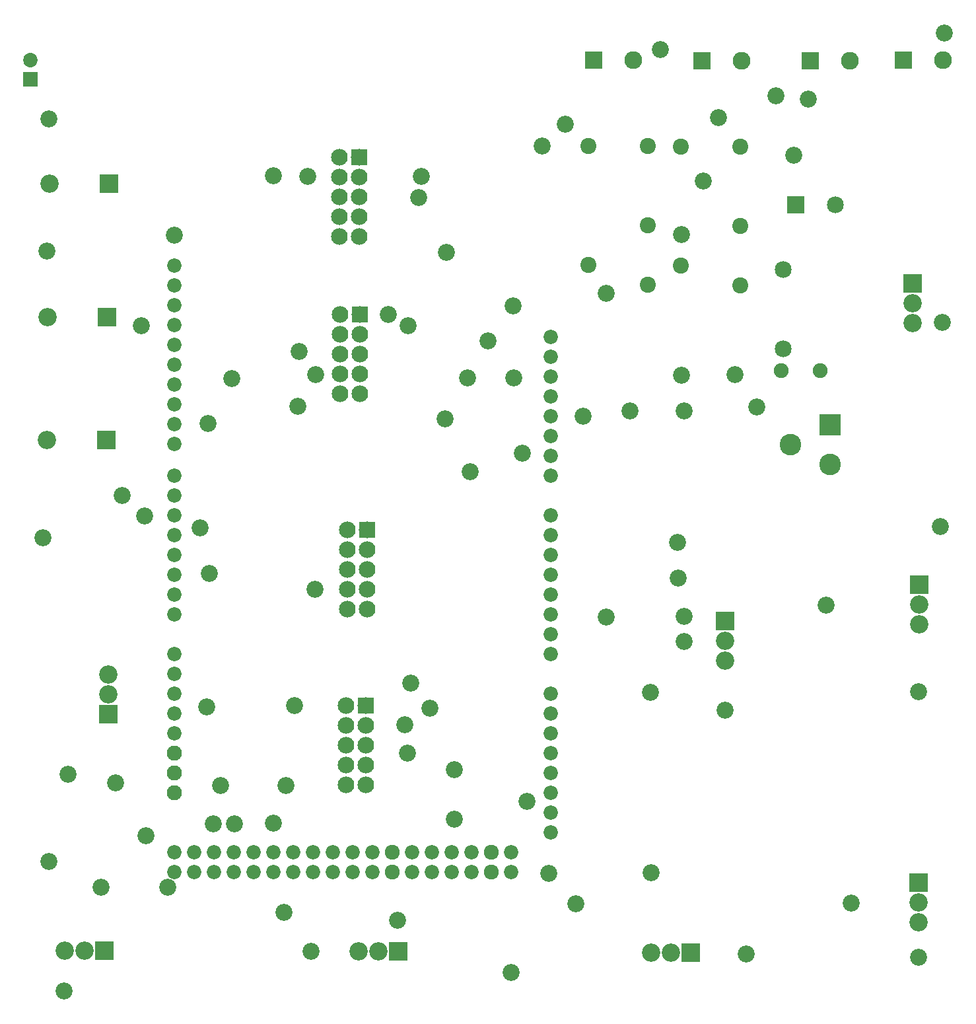
<source format=gts>
G04 MADE WITH FRITZING*
G04 WWW.FRITZING.ORG*
G04 DOUBLE SIDED*
G04 HOLES PLATED*
G04 CONTOUR ON CENTER OF CONTOUR VECTOR*
%ASAXBY*%
%FSLAX23Y23*%
%MOIN*%
%OFA0B0*%
%SFA1.0B1.0*%
%ADD10C,0.085433*%
%ADD11C,0.092000*%
%ADD12C,0.072992*%
%ADD13C,0.081181*%
%ADD14C,0.084000*%
%ADD15C,0.109000*%
%ADD16C,0.072500*%
%ADD17C,0.075555*%
%ADD18C,0.076694*%
%ADD19C,0.058611*%
%ADD20C,0.061667*%
%ADD21C,0.062806*%
%ADD22C,0.090000*%
%ADD23C,0.085000*%
%ADD24C,0.075000*%
%ADD25R,0.092000X0.092000*%
%ADD26R,0.072992X0.072992*%
%ADD27R,0.084000X0.084000*%
%ADD28R,0.109000X0.109000*%
%ADD29R,0.090000X0.090000*%
%ADD30R,0.085000X0.085000*%
%LNMASK1*%
G90*
G70*
G54D10*
X989Y3926D03*
G54D11*
X4745Y658D03*
X4745Y558D03*
X4745Y458D03*
X4745Y658D03*
X4745Y558D03*
X4745Y458D03*
X3595Y304D03*
X3495Y304D03*
X3395Y304D03*
X3595Y304D03*
X3495Y304D03*
X3395Y304D03*
X2119Y313D03*
X2019Y313D03*
X1919Y313D03*
X2119Y313D03*
X2019Y313D03*
X1919Y313D03*
X4750Y2163D03*
X4750Y2063D03*
X4750Y1963D03*
X4750Y2163D03*
X4750Y2063D03*
X4750Y1963D03*
X655Y1509D03*
X655Y1609D03*
X655Y1709D03*
X655Y1509D03*
X655Y1609D03*
X655Y1709D03*
X635Y315D03*
X535Y315D03*
X435Y315D03*
X635Y315D03*
X535Y315D03*
X435Y315D03*
X3769Y1978D03*
X3769Y1878D03*
X3769Y1778D03*
X3769Y1978D03*
X3769Y1878D03*
X3769Y1778D03*
G54D12*
X263Y4711D03*
X263Y4810D03*
X263Y4711D03*
X263Y4810D03*
G54D13*
X3080Y3775D03*
X3080Y4375D03*
X3380Y4375D03*
X3380Y3675D03*
X3380Y3975D03*
X3080Y3775D03*
X3080Y4375D03*
X3380Y4375D03*
X3380Y3675D03*
X3380Y3975D03*
X3080Y3775D03*
X3080Y4375D03*
X3380Y4375D03*
X3380Y3675D03*
X3380Y3975D03*
X3547Y3773D03*
X3547Y4373D03*
X3847Y4373D03*
X3847Y3673D03*
X3847Y3973D03*
X3547Y3773D03*
X3547Y4373D03*
X3847Y4373D03*
X3847Y3673D03*
X3847Y3973D03*
X3547Y3773D03*
X3547Y4373D03*
X3847Y4373D03*
X3847Y3673D03*
X3847Y3973D03*
G54D14*
X1824Y4318D03*
X1824Y4218D03*
X1824Y4118D03*
X1824Y4018D03*
X1824Y3918D03*
X1924Y4318D03*
X1924Y4218D03*
X1924Y4118D03*
X1924Y4018D03*
X1924Y3918D03*
X1824Y4318D03*
X1824Y4218D03*
X1824Y4118D03*
X1824Y4018D03*
X1824Y3918D03*
X1924Y4318D03*
X1924Y4218D03*
X1924Y4118D03*
X1924Y4018D03*
X1924Y3918D03*
X1825Y3524D03*
X1825Y3424D03*
X1825Y3324D03*
X1825Y3224D03*
X1825Y3124D03*
X1925Y3524D03*
X1925Y3424D03*
X1925Y3324D03*
X1925Y3224D03*
X1925Y3124D03*
X1825Y3524D03*
X1825Y3424D03*
X1825Y3324D03*
X1825Y3224D03*
X1825Y3124D03*
X1925Y3524D03*
X1925Y3424D03*
X1925Y3324D03*
X1925Y3224D03*
X1925Y3124D03*
X1863Y2439D03*
X1863Y2339D03*
X1863Y2239D03*
X1863Y2139D03*
X1863Y2039D03*
X1963Y2439D03*
X1963Y2339D03*
X1963Y2239D03*
X1963Y2139D03*
X1963Y2039D03*
X1863Y2439D03*
X1863Y2339D03*
X1863Y2239D03*
X1863Y2139D03*
X1863Y2039D03*
X1963Y2439D03*
X1963Y2339D03*
X1963Y2239D03*
X1963Y2139D03*
X1963Y2039D03*
G54D11*
X660Y4184D03*
X360Y4184D03*
X660Y4184D03*
X360Y4184D03*
X649Y3513D03*
X349Y3513D03*
X649Y3513D03*
X349Y3513D03*
X647Y2892D03*
X347Y2892D03*
X647Y2892D03*
X347Y2892D03*
G54D15*
X4300Y2770D03*
X4300Y2970D03*
X4100Y2870D03*
X4300Y2770D03*
X4300Y2970D03*
X4100Y2870D03*
G54D10*
X4406Y556D03*
X2362Y3837D03*
X2769Y1068D03*
X3017Y552D03*
X2745Y2824D03*
X3170Y1997D03*
X1543Y508D03*
X355Y765D03*
X694Y1163D03*
X1151Y1544D03*
X454Y1206D03*
X2182Y1666D03*
X2170Y3470D03*
X326Y2400D03*
X620Y636D03*
X955Y634D03*
X2355Y2997D03*
X2572Y3391D03*
X3737Y4517D03*
X1489Y4226D03*
X1614Y3061D03*
X1280Y3202D03*
X1618Y3339D03*
X1554Y1150D03*
X1224Y1148D03*
X1595Y1552D03*
X2469Y3206D03*
X2481Y2733D03*
G54D16*
X2889Y1511D03*
X2889Y3111D03*
X2889Y1411D03*
X2889Y1311D03*
X2889Y1211D03*
X2889Y1111D03*
X1489Y811D03*
X2889Y1011D03*
X2889Y911D03*
X989Y3071D03*
X2889Y2511D03*
X2889Y2411D03*
X2889Y2311D03*
X2889Y2211D03*
X2289Y811D03*
X2889Y2111D03*
X2889Y2011D03*
X2889Y1911D03*
X2889Y1811D03*
X989Y2311D03*
X1089Y811D03*
X1889Y811D03*
X2689Y811D03*
X989Y3471D03*
X2889Y2711D03*
X989Y2711D03*
X1289Y811D03*
X1689Y811D03*
G54D17*
X2089Y811D03*
G54D18*
X989Y1111D03*
G54D16*
X2489Y811D03*
G54D18*
X989Y1211D03*
X989Y1311D03*
G54D16*
X989Y1411D03*
X989Y1511D03*
X989Y1611D03*
X989Y1711D03*
X989Y1811D03*
X989Y3671D03*
X989Y3271D03*
X989Y2871D03*
X2889Y3311D03*
X2889Y2911D03*
X989Y2111D03*
X989Y2511D03*
X989Y811D03*
X1189Y811D03*
X1389Y811D03*
X1589Y811D03*
X1789Y811D03*
X1989Y811D03*
X2189Y811D03*
X2389Y811D03*
G54D17*
X2589Y811D03*
G54D16*
X989Y3771D03*
X989Y3571D03*
X989Y3371D03*
X989Y3171D03*
X989Y2971D03*
X2889Y3411D03*
X2889Y3211D03*
X2889Y3011D03*
X2889Y2811D03*
X989Y2011D03*
X989Y2211D03*
X989Y2411D03*
X989Y2611D03*
X989Y711D03*
X1089Y711D03*
X1189Y711D03*
X1289Y711D03*
X1389Y711D03*
X1489Y711D03*
X1589Y711D03*
X1689Y711D03*
X1789Y711D03*
X1889Y711D03*
X1989Y711D03*
G54D17*
X2089Y711D03*
G54D16*
X2189Y711D03*
X2289Y711D03*
X2389Y711D03*
X2489Y711D03*
G54D17*
X2589Y711D03*
G54D16*
X2689Y711D03*
X2889Y1611D03*
G54D19*
X2889Y1511D03*
X2889Y3111D03*
X2889Y1411D03*
X2889Y1311D03*
X2889Y1211D03*
X2889Y1111D03*
X1489Y811D03*
X2889Y1011D03*
X2889Y911D03*
X989Y3071D03*
X2889Y2511D03*
X2889Y2411D03*
X2889Y2311D03*
X2889Y2211D03*
X2289Y811D03*
X2889Y2111D03*
X2889Y2011D03*
X2889Y1911D03*
X2889Y1811D03*
X989Y2311D03*
X1089Y811D03*
X1889Y811D03*
X2689Y811D03*
X989Y3471D03*
X2889Y2711D03*
X989Y2711D03*
X1289Y811D03*
X1689Y811D03*
G54D20*
X2089Y811D03*
G54D21*
X989Y1111D03*
G54D19*
X2489Y811D03*
G54D21*
X989Y1211D03*
X989Y1311D03*
G54D19*
X989Y1411D03*
X989Y1511D03*
X989Y1611D03*
X989Y1711D03*
X989Y1811D03*
X989Y3671D03*
X989Y3271D03*
X989Y2871D03*
X2889Y3311D03*
X2889Y2911D03*
X989Y2111D03*
X989Y2511D03*
X989Y811D03*
X1189Y811D03*
X1389Y811D03*
X1589Y811D03*
X1789Y811D03*
X1989Y811D03*
X2189Y811D03*
X2389Y811D03*
G54D20*
X2589Y811D03*
G54D19*
X989Y3771D03*
X989Y3571D03*
X989Y3371D03*
X989Y3171D03*
X989Y2971D03*
X2889Y3411D03*
X2889Y3211D03*
X2889Y3011D03*
X2889Y2811D03*
X989Y2011D03*
X989Y2211D03*
X989Y2411D03*
X989Y2611D03*
X989Y711D03*
X1089Y711D03*
X1189Y711D03*
X1289Y711D03*
X1389Y711D03*
X1489Y711D03*
X1589Y711D03*
X1689Y711D03*
X1789Y711D03*
X1889Y711D03*
X1989Y711D03*
G54D20*
X2089Y711D03*
G54D19*
X2189Y711D03*
X2289Y711D03*
X2389Y711D03*
X2489Y711D03*
G54D20*
X2589Y711D03*
G54D19*
X2689Y711D03*
X2889Y1611D03*
G54D10*
X3533Y2195D03*
X3528Y2375D03*
X3391Y1619D03*
X2402Y1229D03*
X2402Y978D03*
X3395Y710D03*
X3564Y3040D03*
X3288Y3040D03*
X2280Y1540D03*
G54D14*
X1855Y1552D03*
X1855Y1452D03*
X1855Y1352D03*
X1855Y1252D03*
X1855Y1152D03*
X1955Y1552D03*
X1955Y1452D03*
X1955Y1352D03*
X1955Y1252D03*
X1955Y1152D03*
X1855Y1552D03*
X1855Y1452D03*
X1855Y1352D03*
X1855Y1252D03*
X1855Y1152D03*
X1955Y1552D03*
X1955Y1452D03*
X1955Y1352D03*
X1955Y1252D03*
X1955Y1152D03*
G54D22*
X3107Y4808D03*
X3307Y4808D03*
X3107Y4808D03*
X3307Y4808D03*
X4670Y4808D03*
X4870Y4808D03*
X4670Y4808D03*
X4870Y4808D03*
X4198Y4804D03*
X4398Y4804D03*
X4198Y4804D03*
X4398Y4804D03*
X3654Y4804D03*
X3854Y4804D03*
X3654Y4804D03*
X3854Y4804D03*
G54D10*
X2847Y4375D03*
X4875Y4946D03*
X4025Y4627D03*
G54D23*
X4064Y3352D03*
X4064Y3752D03*
X4064Y3352D03*
X4064Y3752D03*
G54D24*
X4052Y3241D03*
X4249Y3241D03*
X4052Y3241D03*
X4249Y3241D03*
X4052Y3241D03*
X4249Y3241D03*
G54D10*
X4855Y2454D03*
X1698Y2139D03*
X2154Y1454D03*
X1702Y3222D03*
X2068Y3525D03*
X1158Y2974D03*
X824Y3470D03*
X2115Y470D03*
X1119Y2450D03*
X1166Y2218D03*
X839Y2509D03*
X725Y2611D03*
X347Y3844D03*
X355Y4513D03*
X2221Y4115D03*
X2237Y4222D03*
X1662Y4222D03*
X3052Y3013D03*
X4745Y1623D03*
X4280Y2060D03*
X3769Y1529D03*
X3564Y1875D03*
X3564Y2001D03*
X2879Y706D03*
X2690Y206D03*
X434Y111D03*
X1292Y954D03*
X1186Y954D03*
X847Y895D03*
X2166Y1312D03*
X4745Y281D03*
X1489Y958D03*
X1678Y312D03*
X3441Y4863D03*
X3875Y300D03*
X3658Y4198D03*
X2962Y4485D03*
X3548Y3930D03*
G54D11*
X4717Y3682D03*
X4717Y3582D03*
X4717Y3482D03*
X4717Y3682D03*
X4717Y3582D03*
X4717Y3482D03*
G54D23*
X4127Y4080D03*
X4327Y4080D03*
G54D10*
X4115Y4328D03*
X3930Y3057D03*
X4190Y4611D03*
X4867Y3485D03*
X3170Y3631D03*
X3548Y3218D03*
X3820Y3222D03*
X2702Y3206D03*
X2698Y3568D03*
G54D25*
X4745Y658D03*
X4745Y658D03*
X3595Y304D03*
X3595Y304D03*
X2119Y313D03*
X2119Y313D03*
X4750Y2163D03*
X4750Y2163D03*
X655Y1509D03*
X655Y1509D03*
X635Y315D03*
X635Y315D03*
X3769Y1978D03*
X3769Y1978D03*
G54D26*
X263Y4711D03*
X263Y4711D03*
G54D27*
X1924Y4318D03*
X1924Y4318D03*
X1925Y3524D03*
X1925Y3524D03*
X1963Y2439D03*
X1963Y2439D03*
G54D25*
X660Y4184D03*
X660Y4184D03*
X649Y3513D03*
X649Y3513D03*
X647Y2892D03*
X647Y2892D03*
G54D28*
X4300Y2970D03*
X4300Y2970D03*
G54D27*
X1955Y1552D03*
X1955Y1552D03*
G54D29*
X3107Y4808D03*
X3107Y4808D03*
X4670Y4808D03*
X4670Y4808D03*
X4198Y4804D03*
X4198Y4804D03*
X3654Y4804D03*
X3654Y4804D03*
G54D25*
X4717Y3682D03*
X4717Y3682D03*
G54D30*
X4127Y4080D03*
G04 End of Mask1*
M02*
</source>
